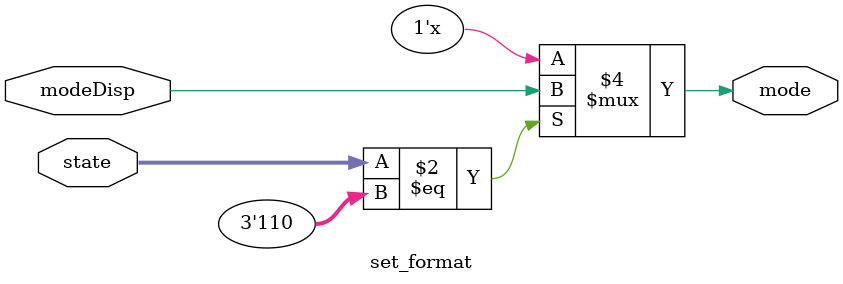
<source format=v>
`timescale 1ns / 1ps


module set_format(
input [2:0] state,
input modeDisp,
output reg mode
    );
    
  always @(*)
    begin
        if(state == 3'b110)
        begin
        mode = modeDisp;
        end
    end
endmodule

</source>
